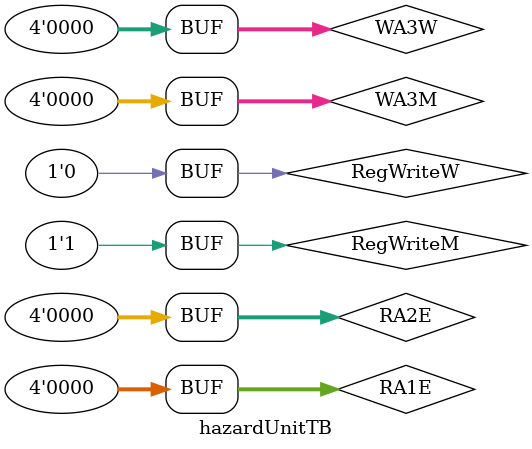
<source format=sv>
`timescale 1ns / 1ps
module hazardUnitTB();

    logic [3:0] RA1E;
    logic [3:0] RA2E;
    logic [3:0] WA3M;
    logic [3:0] WA3W;
    logic RegWriteM;
    logic RegWriteW;
    logic [1:0] ForwardAE;
    logic [1:0] ForwardBE;
    logic [3:0] RA1D;
    logic [3:0] RA2D;
    logic [3:0] WA3E;
    logic MemtoRegE;
    logic StallF;
    logic StallD;
    logic FlushE;
	 


	hazard_unit  hazardunit(RA1E,RA2E,WA3M,WA3W,RegWriteM,RegWriteW,
    ForwardAE,ForwardBE,RA1D,RA2D,WA3E,MemtoRegE,StallF,StallD,FlushE);
	 
	initial begin 

    //Fordwarding SrcA
	 
    //Case 1 
    RA1E = 4'b0;
    RA2E = 4'b0;
    WA3M = 4'b0;
    WA3W = 4'b0;
    RegWriteM = 1;
    RegWriteM = 0;
    #5; 

    if(ForwardAE == 2'b10) begin
            $display("Fordward succeeded");
            
    end 
    else begin 
            $display("Fordward failed");
            
    end

    //Case 2
    RA1E = 4'b01;
    RA2E = 4'b0;
    WA3M = 4'b0;
    WA3W = 4'b0;
    RegWriteM = 0;
    RegWriteW = 1;
    #5; 

    if(ForwardAE == 2'b01) begin
            $display("Fordward succeeded");
            
    end 
    else begin 
            $display("Fordward failed");
            
    end

    //Case 3 
    RA1E = 4'b0;
    RA2E = 4'b0;
    WA3M = 4'b0;
    WA3W = 4'b0;
    RegWriteM = 1;
    RegWriteW = 0;
    #5; 

    if(ForwardAE == 2'b00) begin
            $display("Fordward succeeded");
           
    end 
    else begin 
            $display("Test Failed");
            
    end

    //Forwarding SrcB

    RA1E = 4'b0;
    RA2E = 4'b0;
    WA3M = 4'b0;
    WA3W = 4'b0;
    RegWriteM = 1;
    RegWriteW = 0;
    #5; 

     if(ForwardBE == 2'b10) begin
            $display("Fordward succeeded");
            
    end 
    else begin 
            $display("Fordward failed");
            
    end

    RA1E = 4'b0;
    RA2E = 4'b1;
    WA3M = 4'b1;
    WA3W = 4'b0;
    RegWriteM = 1;
    #5; 

    if(ForwardBE == 2'b01) begin
            $display("Fordward succeeded");
           
    end 
    else begin 
            $display("Fordward failed");
            
    end

    RA1E = 4'b0;
    RA2E = 4'b0;
    WA3M = 4'b0;
    WA3W = 4'b0;
    RegWriteM = 1;
    #5; 

    if(ForwardBE == 2'b00) begin
            $display("Fordward succeeded");
    end 
    else begin 
            $display("Test Failed");
    end

    
    end 

endmodule 
</source>
